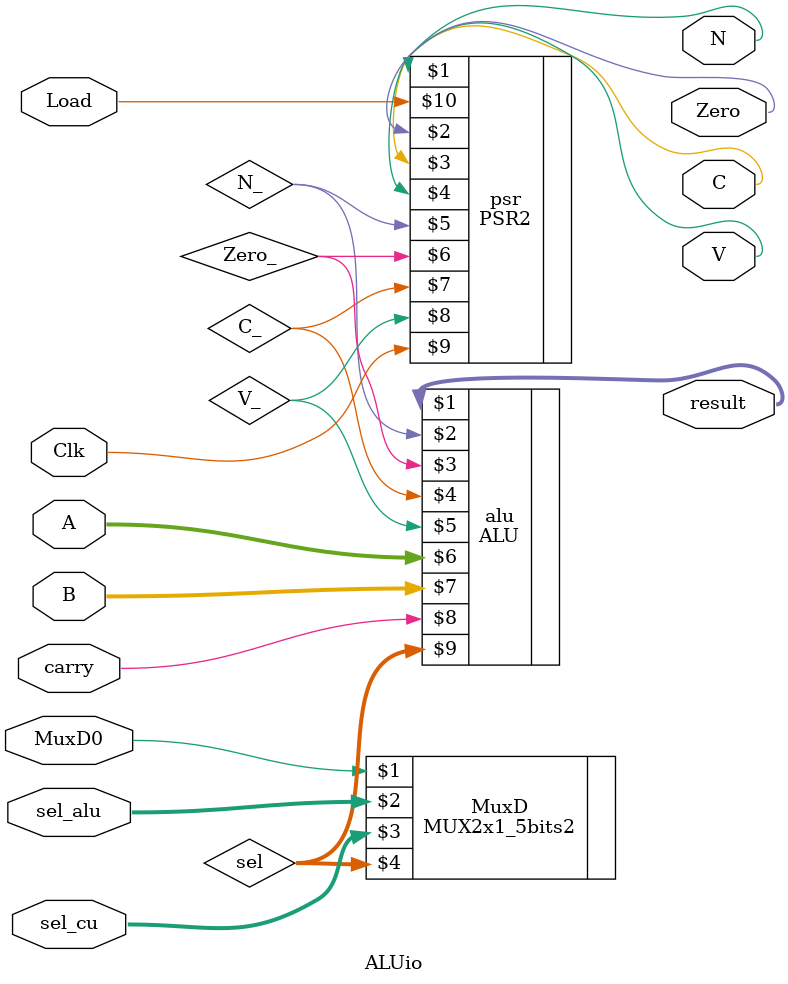
<source format=v>
`include "ALU.v"
`include "Registers2.v"

module ALUio(output [31:0] result, output N, Zero, C, V, input [31:0] A, B, input MuxD0, Clk, Load, carry, input [4:0] sel_alu, sel_cu);

    wire [4:0] sel;

    MUX2x1_5bits2 MuxD (MuxD0, sel_alu, sel_cu, sel);

    ALU alu (result, N_, Zero_, C_, V_, A, B, carry, sel); 

    // PSR psr (flags, N, Zero, C, V, N_, Zero_, C_, V_, Clk, Load);
    PSR2 psr (N, Zero, C, V, N_, Zero_, C_, V_, Clk, Load);

endmodule
</source>
